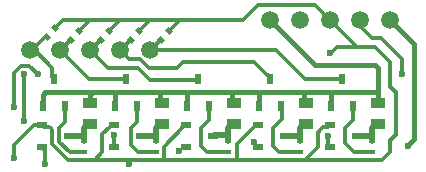
<source format=gbl>
G04*
G04 #@! TF.GenerationSoftware,Altium Limited,Altium Designer,20.2.7 (254)*
G04*
G04 Layer_Physical_Order=2*
G04 Layer_Color=16711680*
%FSLAX44Y44*%
%MOMM*%
G71*
G04*
G04 #@! TF.SameCoordinates,7A469513-7955-4F55-9394-07B41ED8EACC*
G04*
G04*
G04 #@! TF.FilePolarity,Positive*
G04*
G01*
G75*
%ADD16R,0.5500X0.4500*%
%ADD18R,1.3000X0.9000*%
%ADD19C,0.4000*%
%ADD20C,0.5000*%
%ADD21C,0.3000*%
%ADD22C,1.5000*%
%ADD23C,0.6000*%
%ADD24R,0.9000X0.6000*%
%ADD25R,0.6000X0.9000*%
G04:AMPARAMS|DCode=26|XSize=0.55mm|YSize=0.45mm|CornerRadius=0mm|HoleSize=0mm|Usage=FLASHONLY|Rotation=135.000|XOffset=0mm|YOffset=0mm|HoleType=Round|Shape=Rectangle|*
%AMROTATEDRECTD26*
4,1,4,0.3536,-0.0354,0.0354,-0.3536,-0.3536,0.0354,-0.0354,0.3536,0.3536,-0.0354,0.0*
%
%ADD26ROTATEDRECTD26*%

D16*
X327580Y25240D02*
D03*
Y15240D02*
D03*
X266620Y25240D02*
D03*
Y15240D02*
D03*
X205660Y25240D02*
D03*
Y15240D02*
D03*
X144700Y25240D02*
D03*
Y15240D02*
D03*
X83740Y25240D02*
D03*
Y15240D02*
D03*
D18*
X88820Y57430D02*
D03*
Y38930D02*
D03*
X149780Y57430D02*
D03*
Y38930D02*
D03*
X210740Y57430D02*
D03*
Y38930D02*
D03*
X332660Y57430D02*
D03*
Y38930D02*
D03*
X271700D02*
D03*
Y57430D02*
D03*
D19*
X121920Y5080D02*
X121980Y5140D01*
Y8950D01*
X88820Y65960D02*
X90577D01*
X279400Y88900D02*
X330317D01*
X50597Y65960D02*
X88820D01*
X332660D02*
Y86557D01*
X241300Y127000D02*
X279400Y88900D01*
X330317D02*
X332660Y86557D01*
X292020Y65960D02*
X332660D01*
X269943D02*
X292020D01*
X292680Y54460D02*
Y65300D01*
X332660Y57430D02*
Y65960D01*
X231060D02*
X269943D01*
X208983D02*
X231060D01*
X231720Y54460D02*
Y65300D01*
X269943Y59187D02*
Y65960D01*
X48840Y54460D02*
Y64203D01*
X50597Y65960D01*
X109140D02*
X148023D01*
X90577D02*
X109140D01*
X109800Y54460D02*
Y65300D01*
X170100Y65960D02*
X208983D01*
X148023D02*
X170100D01*
X170760Y54460D02*
Y65300D01*
X208983Y59187D02*
Y65960D01*
X148023Y59187D02*
Y65960D01*
X88820Y57430D02*
Y64203D01*
X90577Y65960D01*
X342900Y127000D02*
X363140Y106760D01*
Y26120D02*
Y106760D01*
X358060Y21040D02*
X363140Y26120D01*
D20*
X71000Y29020D02*
X82215D01*
X83740Y30545D01*
Y25240D02*
Y30545D01*
Y35850D01*
X86820Y38930D02*
X88820D01*
X83740Y35850D02*
X86820Y38930D01*
X327580Y30545D02*
Y35850D01*
Y25240D02*
Y30545D01*
X314840Y29020D02*
X326055D01*
X327580Y30545D01*
Y35850D02*
X330660Y38930D01*
X332660D01*
X266620Y30545D02*
Y35850D01*
Y25240D02*
Y30545D01*
X253880Y29020D02*
X265095D01*
X266620Y30545D01*
Y35850D02*
X269700Y38930D01*
X271700D01*
X205660Y30545D02*
Y35850D01*
Y25240D02*
Y30545D01*
X192920Y29020D02*
X193420Y29520D01*
X204635D01*
X205660Y30545D01*
Y35850D02*
X208740Y38930D01*
X210740D01*
X144700Y30545D02*
Y35850D01*
Y25240D02*
Y30545D01*
X131960Y29020D02*
X143175D01*
X144700Y30545D01*
Y35850D02*
X147780Y38930D01*
X149780D01*
D21*
X138530Y86280D02*
X162480D01*
X167560Y91360D02*
X227320D01*
X162480Y86280D02*
X167560Y91360D01*
X121980Y8950D02*
X151190D01*
X92770D02*
X121980D01*
X211900Y8700D02*
X270793D01*
X92770Y8950D02*
X98980Y15160D01*
X32690Y41910D02*
Y80950D01*
X33020Y81280D01*
X30000Y88570D02*
X37160D01*
X24130Y82700D02*
X30000Y88570D01*
X24130Y53340D02*
Y82700D01*
X37160Y88570D02*
X44450Y81280D01*
X48000Y19520D02*
X50800Y16720D01*
Y5080D02*
Y16720D01*
X293047Y99060D02*
X298047Y104060D01*
X292100Y99060D02*
X293047D01*
X330280Y104060D02*
X342900Y91440D01*
Y70660D02*
X347520Y66040D01*
X342900Y70660D02*
Y91440D01*
X227330Y22668D02*
X230478Y19520D01*
X227330Y22668D02*
Y24034D01*
X230478Y19520D02*
X230880D01*
X213360Y22500D02*
X227880Y37020D01*
X213360Y10160D02*
Y22500D01*
X227880Y37020D02*
Y37020D01*
X211900Y8700D02*
X213360Y10160D01*
X291438Y19520D02*
X291840D01*
X289938Y21020D02*
X291438Y19520D01*
X289938Y21020D02*
Y29405D01*
X151190Y8950D02*
Y11016D01*
X151490Y20090D02*
X166920Y35520D01*
X151190Y11016D02*
X151490Y11317D01*
Y20090D01*
X41210Y38520D02*
X48000D01*
X24130Y21440D02*
X41210Y38520D01*
X24130Y10160D02*
Y21440D01*
X38100Y101600D02*
X41910D01*
X56840Y78960D02*
Y86670D01*
X41910Y101600D02*
X56840Y86670D01*
Y78960D02*
X58340Y77460D01*
X298047Y104060D02*
X315040D01*
X292100Y127000D02*
X315040Y104060D01*
X279400Y139700D02*
X292100Y127000D01*
X231140Y139700D02*
X279400D01*
X52240Y113409D02*
X52344Y113304D01*
X51179Y113409D02*
X52240D01*
X39370Y101600D02*
X51179Y113409D01*
X38100Y101600D02*
X39370D01*
X59415Y120375D02*
X66040Y127000D01*
X88900D01*
X165100D02*
X218440D01*
X139700D02*
X165100D01*
X155935Y117836D02*
X165100Y127000D01*
X114300D02*
X139700D01*
X130535Y117836D02*
X139700Y127000D01*
X88900D02*
X114300D01*
X105135Y117836D02*
X114300Y127000D01*
X218440D02*
X231140Y139700D01*
X79735Y117836D02*
X88900Y127000D01*
X148864Y110764D02*
Y110765D01*
X139700Y101600D02*
X148864Y110764D01*
X114300Y101600D02*
X123464Y110764D01*
X98064D02*
X98064D01*
X88900Y101600D02*
X98064Y110764D01*
X63500Y101600D02*
X72664Y110765D01*
X327660Y111760D02*
X335280D01*
X353060Y93980D01*
Y81280D02*
Y93980D01*
X319299Y120121D02*
X327660Y111760D01*
X317500Y127000D02*
X319299Y125201D01*
Y120121D02*
Y125201D01*
X315040Y104060D02*
X330280D01*
X342820Y25320D02*
X347520Y30020D01*
Y66040D01*
X130830Y93980D02*
X138530Y86280D01*
X114300Y101600D02*
X121920Y93980D01*
X130830D01*
X241220Y77460D02*
Y78960D01*
X239720Y80460D02*
X241220Y78960D01*
X238220Y80460D02*
X239720D01*
X227320Y91360D02*
X238220Y80460D01*
X104220Y86280D02*
X129460D01*
X139620Y76120D02*
X178920D01*
X129460Y86280D02*
X139620Y76120D01*
X270440Y77460D02*
X302180D01*
X246300Y101600D02*
X270440Y77460D01*
X292020Y65960D02*
X292680Y65300D01*
X311680Y42440D02*
Y54460D01*
X304720Y35480D02*
X311680Y42440D01*
X231060Y65960D02*
X231720Y65300D01*
X269943Y59187D02*
X271700Y57430D01*
X250720Y54460D02*
X251380Y53800D01*
Y43100D02*
Y53800D01*
X243760Y35480D02*
X251380Y43100D01*
X88900Y101600D02*
X104220Y86280D01*
X178920Y76120D02*
X180260Y77460D01*
X109140Y65960D02*
X109800Y65300D01*
X170100Y65960D02*
X170760Y65300D01*
X208983Y59187D02*
X210740Y57430D01*
X189760Y42440D02*
Y54460D01*
X182800Y35480D02*
X189760Y42440D01*
X87640Y77460D02*
X119300D01*
X63500Y101600D02*
X87640Y77460D01*
X148023Y59187D02*
X149780Y57430D01*
X128800Y40860D02*
Y54460D01*
X123420Y35480D02*
X128800Y40860D01*
X67840D02*
Y54460D01*
X62460Y35480D02*
X67840Y40860D01*
X358060Y20240D02*
Y21040D01*
X270793Y8700D02*
X336360D01*
X342820Y15160D02*
Y25320D01*
X336360Y8700D02*
X342820Y15160D01*
X270793Y8700D02*
X281860Y19767D01*
X139700Y101600D02*
X246300D01*
X282240Y32757D02*
Y33320D01*
X281860Y19767D02*
Y32377D01*
X282240Y32757D01*
X290340Y37020D02*
X291840Y38520D01*
X285940Y37020D02*
X290340D01*
X282240Y33320D02*
X285940Y37020D01*
X229380Y38520D02*
X230880D01*
X227880Y37020D02*
X229380Y38520D01*
X151190Y8950D02*
X179655D01*
X179904Y8700D01*
X211900D01*
X98980Y30400D02*
X105600Y37020D01*
X105960D02*
X107460Y38520D01*
X98980Y15160D02*
Y30400D01*
X105600Y37020D02*
X105960D01*
X109140Y19700D02*
Y29730D01*
X108960Y19520D02*
X109140Y19700D01*
X168420Y38520D02*
X169920D01*
X166920Y37020D02*
X168420Y38520D01*
X166920Y35520D02*
Y37020D01*
X129380Y15240D02*
X144700D01*
X123420Y21200D02*
Y24347D01*
Y21200D02*
X129380Y15240D01*
X123420Y24347D02*
X123420Y24347D01*
X123420Y24347D02*
Y35480D01*
X107460Y38520D02*
X108960D01*
X70022Y8950D02*
X92770D01*
X71567Y15240D02*
X83740D01*
X62460Y24347D02*
X71567Y15240D01*
X56920Y22052D02*
Y34360D01*
X55794Y35486D02*
X56920Y34360D01*
Y22052D02*
X70022Y8950D01*
X62460Y24347D02*
Y35480D01*
X54260Y37020D02*
X55794Y35486D01*
X49500Y37020D02*
X54260D01*
X48000Y38520D02*
X49500Y37020D01*
X304720Y22780D02*
Y35480D01*
X312260Y15240D02*
X327580D01*
X304720Y22780D02*
X312260Y15240D01*
X243760Y20240D02*
Y35480D01*
X248760Y15240D02*
X266620D01*
X243760Y20240D02*
X248760Y15240D01*
X182800Y20240D02*
X187800Y15240D01*
X182800Y20240D02*
Y35480D01*
X187800Y15240D02*
X205660D01*
D22*
X139700Y101600D02*
D03*
X114300D02*
D03*
X88900D02*
D03*
X63500D02*
D03*
X38100D02*
D03*
X342900Y127000D02*
D03*
X317500D02*
D03*
X292100D02*
D03*
X266700D02*
D03*
X241300D02*
D03*
D23*
X121920Y5080D02*
D03*
X33020Y81280D02*
D03*
X50800Y5080D02*
D03*
X292100Y99060D02*
D03*
X227330Y24034D02*
D03*
X289938Y29405D02*
D03*
X163830Y16510D02*
D03*
X32690Y41910D02*
D03*
X24130Y53340D02*
D03*
Y10160D02*
D03*
X44450Y81280D02*
D03*
X353060D02*
D03*
X358060Y20240D02*
D03*
X109140Y29730D02*
D03*
D24*
X291840Y19520D02*
D03*
Y38520D02*
D03*
X314840Y29020D02*
D03*
X230880Y19520D02*
D03*
Y38520D02*
D03*
X253880Y29020D02*
D03*
X169920Y19520D02*
D03*
Y38520D02*
D03*
X192920Y29020D02*
D03*
X108960Y19520D02*
D03*
Y38520D02*
D03*
X131960Y29020D02*
D03*
X48000Y19520D02*
D03*
Y38520D02*
D03*
X71000Y29020D02*
D03*
D25*
X311680Y54460D02*
D03*
X292680D02*
D03*
X302180Y77460D02*
D03*
X250720Y54460D02*
D03*
X231720D02*
D03*
X241220Y77460D02*
D03*
X189760Y54460D02*
D03*
X170760D02*
D03*
X180260Y77460D02*
D03*
X128800Y54460D02*
D03*
X109800D02*
D03*
X119300Y77460D02*
D03*
X67840Y54460D02*
D03*
X48840D02*
D03*
X58340Y77460D02*
D03*
D26*
X98064Y110764D02*
D03*
X105135Y117836D02*
D03*
X123464Y110764D02*
D03*
X130535Y117836D02*
D03*
X155935D02*
D03*
X148864Y110765D02*
D03*
X59415Y120375D02*
D03*
X52344Y113304D02*
D03*
X79735Y117836D02*
D03*
X72664Y110765D02*
D03*
M02*

</source>
